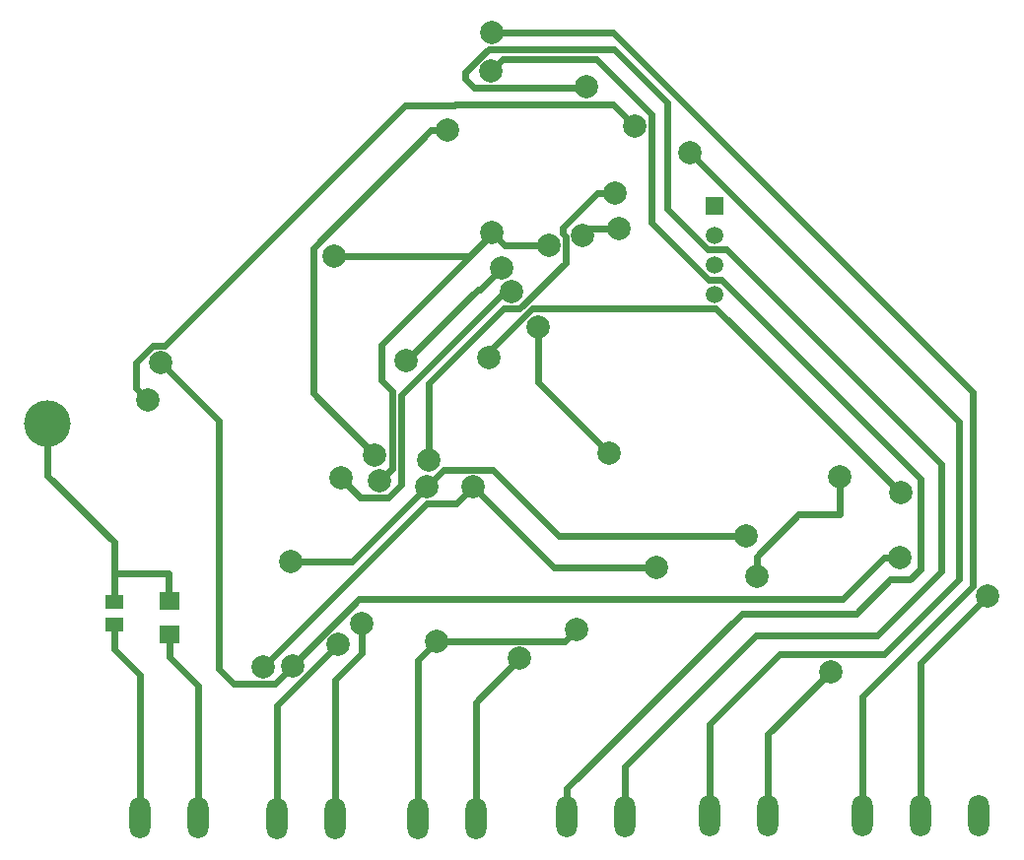
<source format=gbr>
%TF.GenerationSoftware,KiCad,Pcbnew,(5.1.10)-1*%
%TF.CreationDate,2021-08-27T14:28:01+05:30*%
%TF.ProjectId,CZTBoardV3,435a5442-6f61-4726-9456-332e6b696361,rev?*%
%TF.SameCoordinates,Original*%
%TF.FileFunction,Copper,L2,Bot*%
%TF.FilePolarity,Positive*%
%FSLAX46Y46*%
G04 Gerber Fmt 4.6, Leading zero omitted, Abs format (unit mm)*
G04 Created by KiCad (PCBNEW (5.1.10)-1) date 2021-08-27 14:28:01*
%MOMM*%
%LPD*%
G01*
G04 APERTURE LIST*
%TA.AperFunction,ComponentPad*%
%ADD10O,1.790700X3.581400*%
%TD*%
%TA.AperFunction,ComponentPad*%
%ADD11C,1.500000*%
%TD*%
%TA.AperFunction,ComponentPad*%
%ADD12R,1.500000X1.500000*%
%TD*%
%TA.AperFunction,ComponentPad*%
%ADD13C,4.000000*%
%TD*%
%TA.AperFunction,SMDPad,CuDef*%
%ADD14R,1.803000X1.600000*%
%TD*%
%TA.AperFunction,SMDPad,CuDef*%
%ADD15R,1.600000X1.300000*%
%TD*%
%TA.AperFunction,ViaPad*%
%ADD16C,2.000000*%
%TD*%
%TA.AperFunction,Conductor*%
%ADD17C,0.609600*%
%TD*%
G04 APERTURE END LIST*
D10*
%TO.P,X6,3*%
%TO.N,/GPIO*%
X204090000Y-143240000D03*
%TO.P,X6,2*%
%TO.N,/RST*%
X199090000Y-143240000D03*
%TO.P,X6,1*%
%TO.N,/PWR_ON*%
X194090000Y-143240000D03*
%TD*%
%TO.P,X5,2*%
%TO.N,/MISO*%
X185990000Y-143220000D03*
%TO.P,X5,1*%
%TO.N,/SS*%
X180990000Y-143220000D03*
%TD*%
%TO.P,X4,2*%
%TO.N,/MOSI*%
X173690000Y-143320000D03*
%TO.P,X4,1*%
%TO.N,/CLK*%
X168690000Y-143320000D03*
%TD*%
%TO.P,X3,2*%
%TO.N,/VIN5V*%
X160890000Y-143520000D03*
%TO.P,X3,1*%
%TO.N,AGND*%
X155890000Y-143520000D03*
%TD*%
%TO.P,X2,2*%
%TO.N,/LED+*%
X148790000Y-143520000D03*
%TO.P,X2,1*%
%TO.N,/LED-*%
X143790000Y-143520000D03*
%TD*%
%TO.P,X1,2*%
%TO.N,/EXT_PICO_GND*%
X136990000Y-143450000D03*
%TO.P,X1,1*%
%TO.N,/EXT_PICO_600V*%
X131990000Y-143450000D03*
%TD*%
D11*
%TO.P,U4,4*%
%TO.N,AGND*%
X181350000Y-98440000D03*
%TO.P,U4,3*%
%TO.N,Net-(U4-Pad3)*%
X181350000Y-95900000D03*
%TO.P,U4,2*%
%TO.N,/NC*%
X181350000Y-93360000D03*
D12*
%TO.P,U4,1*%
%TO.N,VCC*%
X181350000Y-90820000D03*
%TD*%
D13*
%TO.P,U1,41*%
%TO.N,/HV*%
X124090000Y-109530000D03*
%TD*%
D14*
%TO.P,R20,1*%
%TO.N,/EXT_PICO_GND*%
X134590000Y-127672000D03*
%TO.P,R20,2*%
%TO.N,/HV*%
X134590000Y-124828000D03*
%TD*%
D15*
%TO.P,C10,2*%
%TO.N,/HV*%
X129790000Y-124850000D03*
%TO.P,C10,1*%
%TO.N,/EXT_PICO_600V*%
X129790000Y-126850000D03*
%TD*%
D16*
%TO.N,AGND*%
X157480000Y-128270000D03*
X184980000Y-122650000D03*
X192110000Y-114110000D03*
X169510000Y-127250000D03*
%TO.N,VCC*%
X176380000Y-121910000D03*
X142640000Y-130460000D03*
X149273669Y-114251134D03*
X163950052Y-98200755D03*
X160640000Y-114977210D03*
%TO.N,/PWR_ON*%
X162285404Y-75925404D03*
%TO.N,/RST*%
X162010000Y-103850000D03*
X197340000Y-115530000D03*
X204850000Y-124410000D03*
%TO.N,/SS_N*%
X166200000Y-101280000D03*
X172280000Y-112120000D03*
X154920000Y-104170000D03*
X163070000Y-96160000D03*
%TO.N,/MISO_N*%
X145000000Y-121390000D03*
X156646774Y-114945399D03*
X184070000Y-119200000D03*
%TO.N,/MISO_P*%
X145100000Y-130400000D03*
X133817210Y-104346890D03*
X197329596Y-121119596D03*
%TO.N,/MOSI_N*%
X172850000Y-89750000D03*
X156827220Y-112704146D03*
%TO.N,/MOSI_P*%
X132700000Y-107550000D03*
X174522790Y-83990000D03*
%TO.N,/CLK_N*%
X152200000Y-112300000D03*
X158440000Y-84310000D03*
%TO.N,/MOSI*%
X170330000Y-80570000D03*
%TO.N,/SS*%
X179290000Y-86310000D03*
X173200000Y-92820000D03*
X170035427Y-93379625D03*
%TO.N,/CLK*%
X162190000Y-79232788D03*
%TO.N,/MISO*%
X191340000Y-130900000D03*
%TO.N,/LED-*%
X149050404Y-128510404D03*
%TO.N,/LED+*%
X151079596Y-126739596D03*
%TO.N,/VIN5V*%
X164649326Y-129727210D03*
%TO.N,DGND*%
X148720000Y-95140000D03*
X152631387Y-114458660D03*
X167126118Y-94200931D03*
X162248956Y-93135563D03*
%TD*%
D17*
%TO.N,AGND*%
X155890000Y-143520000D02*
X155890000Y-129860000D01*
X155890000Y-129860000D02*
X157480000Y-128270000D01*
X184980000Y-122650000D02*
X184980000Y-121020000D01*
X184980000Y-121020000D02*
X188610000Y-117390000D01*
X188610000Y-117390000D02*
X192130000Y-117390000D01*
X192130000Y-117390000D02*
X192110000Y-117370000D01*
X192110000Y-117370000D02*
X192110000Y-114110000D01*
X157480000Y-128270000D02*
X168490000Y-128270000D01*
X168490000Y-128270000D02*
X169510000Y-127250000D01*
%TO.N,VCC*%
X154419211Y-114827496D02*
X154419211Y-107107447D01*
X149273669Y-114251134D02*
X150938397Y-115915862D01*
X150938397Y-115915862D02*
X153330845Y-115915862D01*
X154419211Y-107107447D02*
X163325903Y-98200755D01*
X153330845Y-115915862D02*
X154419211Y-114827496D01*
X163325903Y-98200755D02*
X163950052Y-98200755D01*
X176380000Y-121910000D02*
X167572790Y-121910000D01*
X167572790Y-121910000D02*
X160640000Y-114977210D01*
X156697400Y-116402600D02*
X159214610Y-116402600D01*
X160590000Y-114550000D02*
X160640000Y-114600000D01*
X142640000Y-130460000D02*
X156697400Y-116402600D01*
X159214610Y-116402600D02*
X160640000Y-114977210D01*
X160640000Y-114600000D02*
X160640000Y-114977210D01*
%TO.N,/HV*%
X129790000Y-124850000D02*
X129790000Y-122450000D01*
X129790000Y-122450000D02*
X134490000Y-122450000D01*
X134490000Y-124728000D02*
X134590000Y-124828000D01*
X134490000Y-122450000D02*
X134490000Y-124728000D01*
X129790000Y-122450000D02*
X129790000Y-119750000D01*
X124090000Y-114050000D02*
X124090000Y-109530000D01*
X129790000Y-119750000D02*
X124090000Y-114050000D01*
%TO.N,/PWR_ON*%
X203560000Y-123543342D02*
X203560000Y-106850000D01*
X194090000Y-143240000D02*
X194090000Y-133013342D01*
X194090000Y-133013342D02*
X203560000Y-123543342D01*
X203560000Y-106850000D02*
X172635404Y-75925404D01*
X172635404Y-75925404D02*
X162285404Y-75925404D01*
%TO.N,/RST*%
X199090000Y-143240000D02*
X199090000Y-130170000D01*
X199090000Y-130170000D02*
X204850000Y-124410000D01*
X165737910Y-99647201D02*
X181457201Y-99647201D01*
X162010000Y-103850000D02*
X162010000Y-103375111D01*
X181457201Y-99647201D02*
X197340000Y-115530000D01*
X162010000Y-103375111D02*
X165737910Y-99647201D01*
%TO.N,/SS_N*%
X166200000Y-101280000D02*
X166200000Y-106040000D01*
X166200000Y-106040000D02*
X172280000Y-112120000D01*
X154920000Y-104170000D02*
X161060000Y-98030000D01*
X161200000Y-98030000D02*
X163070000Y-96160000D01*
X161060000Y-98030000D02*
X161200000Y-98030000D01*
%TO.N,/MISO_N*%
X150202173Y-121390000D02*
X156646774Y-114945399D01*
X145000000Y-121390000D02*
X150202173Y-121390000D01*
X184070000Y-119200000D02*
X168020000Y-119200000D01*
X158072173Y-113520000D02*
X156646774Y-114945399D01*
X162340000Y-113520000D02*
X158072173Y-113520000D01*
X168020000Y-119200000D02*
X162340000Y-113520000D01*
%TO.N,/MISO_P*%
X145100000Y-130400000D02*
X143582798Y-131917202D01*
X140070542Y-131917202D02*
X138782798Y-130629458D01*
X143582798Y-131917202D02*
X140070542Y-131917202D01*
X138782798Y-130629458D02*
X138782798Y-109312478D01*
X134817209Y-105346889D02*
X133817210Y-104346890D01*
X138782798Y-109312478D02*
X134817209Y-105346889D01*
X192378567Y-124656412D02*
X195915383Y-121119596D01*
X145100000Y-130400000D02*
X150843588Y-124656412D01*
X195915383Y-121119596D02*
X197329596Y-121119596D01*
X150843588Y-124656412D02*
X192378567Y-124656412D01*
%TO.N,/MOSI_N*%
X172850000Y-89750000D02*
X171313340Y-89750000D01*
X156827220Y-106069438D02*
X156827220Y-112704146D01*
X171313340Y-89750000D02*
X168327201Y-92736139D01*
X168327201Y-93245354D02*
X168583320Y-93501473D01*
X168327201Y-92736139D02*
X168327201Y-93245354D01*
X168583320Y-93501473D02*
X168583320Y-95724145D01*
X163238702Y-99657956D02*
X156827220Y-106069438D01*
X164649509Y-99657956D02*
X163238702Y-99657956D01*
X168583320Y-95724145D02*
X164649509Y-99657956D01*
%TO.N,/MOSI_P*%
X132700000Y-107550000D02*
X132730000Y-107520000D01*
X159099458Y-82167202D02*
X172699992Y-82167202D01*
X173522791Y-82990001D02*
X174522790Y-83990000D01*
X132700000Y-107550000D02*
X131700001Y-106550001D01*
X131700001Y-104307441D02*
X133117753Y-102889689D01*
X172699992Y-82167202D02*
X173522791Y-82990001D01*
X134160311Y-102889689D02*
X154822798Y-82227202D01*
X131700001Y-106550001D02*
X131700001Y-104307441D01*
X133117753Y-102889689D02*
X134160311Y-102889689D01*
X154822798Y-82227202D02*
X159039458Y-82227202D01*
X159039458Y-82227202D02*
X159099458Y-82167202D01*
%TO.N,/CLK_N*%
X146880000Y-94455787D02*
X157025787Y-84310000D01*
X152200000Y-112300000D02*
X146880000Y-106980000D01*
X157025787Y-84310000D02*
X158440000Y-84310000D01*
X146880000Y-106980000D02*
X146880000Y-94455787D01*
%TO.N,/MOSI*%
X173690000Y-143320000D02*
X173690000Y-138990000D01*
X159960000Y-79377466D02*
X159960000Y-79890000D01*
X161954861Y-77382605D02*
X159960000Y-79377466D01*
X170210000Y-80690000D02*
X170330000Y-80570000D01*
X173690000Y-138990000D02*
X184910000Y-127770000D01*
X200870000Y-113070000D02*
X182367201Y-94567201D01*
X177310000Y-81920000D02*
X172772605Y-77382605D01*
X160760000Y-80690000D02*
X170210000Y-80690000D01*
X172772605Y-77382605D02*
X161954861Y-77382605D01*
X180770543Y-94567201D02*
X177310000Y-91106658D01*
X177310000Y-91106658D02*
X177310000Y-81920000D01*
X159960000Y-79890000D02*
X160760000Y-80690000D01*
X195340000Y-127770000D02*
X200870000Y-122240000D01*
X200870000Y-122240000D02*
X200870000Y-113070000D01*
X184910000Y-127770000D02*
X195340000Y-127770000D01*
X182367201Y-94567201D02*
X180770543Y-94567201D01*
%TO.N,/SS*%
X180990000Y-143220000D02*
X180990000Y-135360000D01*
X186990000Y-129360000D02*
X195970000Y-129360000D01*
X202400000Y-109420000D02*
X179290000Y-86310000D01*
X180990000Y-135360000D02*
X186990000Y-129360000D01*
X195970000Y-129360000D02*
X202400000Y-122930000D01*
X202400000Y-122930000D02*
X202400000Y-109420000D01*
X170595052Y-92820000D02*
X170035427Y-93379625D01*
X173200000Y-92820000D02*
X170595052Y-92820000D01*
%TO.N,/CLK*%
X175980000Y-92316658D02*
X175980000Y-82982404D01*
X168690000Y-140919700D02*
X183739700Y-125870000D01*
X193574143Y-125870000D02*
X196474143Y-122970000D01*
X171230385Y-78232789D02*
X163189999Y-78232789D01*
X196474143Y-122970000D02*
X198140000Y-122970000D01*
X199040000Y-122070000D02*
X199040000Y-114343342D01*
X181929457Y-97232799D02*
X180896141Y-97232799D01*
X163189999Y-78232789D02*
X162190000Y-79232788D01*
X180896141Y-97232799D02*
X175980000Y-92316658D01*
X175980000Y-82982404D02*
X171230385Y-78232789D01*
X199040000Y-114343342D02*
X181929457Y-97232799D01*
X183739700Y-125870000D02*
X193574143Y-125870000D01*
X168690000Y-143320000D02*
X168690000Y-140919700D01*
X198140000Y-122970000D02*
X199040000Y-122070000D01*
%TO.N,/MISO*%
X185990000Y-136250000D02*
X191340000Y-130900000D01*
X185990000Y-143220000D02*
X185990000Y-136250000D01*
%TO.N,/LED-*%
X143790000Y-143520000D02*
X143790000Y-133770808D01*
X143790000Y-133770808D02*
X149050404Y-128510404D01*
%TO.N,/LED+*%
X148790000Y-143520000D02*
X148790000Y-131580000D01*
X151079596Y-129290404D02*
X151079596Y-126739596D01*
X148790000Y-131580000D02*
X151079596Y-129290404D01*
%TO.N,/VIN5V*%
X160890000Y-133486536D02*
X164649326Y-129727210D01*
X160890000Y-143520000D02*
X160890000Y-133486536D01*
%TO.N,/EXT_PICO_600V*%
X131990000Y-143450000D02*
X131990000Y-131150000D01*
X129790000Y-128950000D02*
X129790000Y-126850000D01*
X131990000Y-131150000D02*
X129790000Y-128950000D01*
%TO.N,/EXT_PICO_GND*%
X136990000Y-143450000D02*
X136990000Y-132050000D01*
X134590000Y-129650000D02*
X134590000Y-127672000D01*
X136990000Y-132050000D02*
X134590000Y-129650000D01*
%TO.N,DGND*%
X148720000Y-95140000D02*
X160370000Y-95140000D01*
X153657201Y-113432846D02*
X152631387Y-114458660D01*
X160370000Y-95140000D02*
X152742799Y-102767201D01*
X153657201Y-106783859D02*
X153657201Y-113432846D01*
X152742799Y-105869457D02*
X153657201Y-106783859D01*
X152742799Y-102767201D02*
X152742799Y-105869457D01*
X163314324Y-94200931D02*
X162248956Y-93135563D01*
X162248956Y-93261044D02*
X162248956Y-93135563D01*
X160370000Y-95140000D02*
X162248956Y-93261044D01*
X167126118Y-94200931D02*
X163314324Y-94200931D01*
%TD*%
M02*

</source>
